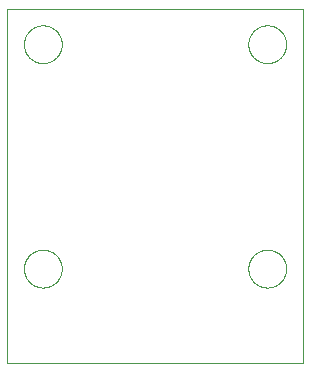
<source format=gbp>
G75*
%MOIN*%
%OFA0B0*%
%FSLAX25Y25*%
%IPPOS*%
%LPD*%
%AMOC8*
5,1,8,0,0,1.08239X$1,22.5*
%
%ADD10C,0.00000*%
D10*
X0001000Y0010264D02*
X0001000Y0128374D01*
X0099425Y0128374D01*
X0099425Y0010264D01*
X0001000Y0010264D01*
X0006512Y0041760D02*
X0006514Y0041918D01*
X0006520Y0042076D01*
X0006530Y0042234D01*
X0006544Y0042392D01*
X0006562Y0042549D01*
X0006583Y0042706D01*
X0006609Y0042862D01*
X0006639Y0043018D01*
X0006672Y0043173D01*
X0006710Y0043326D01*
X0006751Y0043479D01*
X0006796Y0043631D01*
X0006845Y0043782D01*
X0006898Y0043931D01*
X0006954Y0044079D01*
X0007014Y0044225D01*
X0007078Y0044370D01*
X0007146Y0044513D01*
X0007217Y0044655D01*
X0007291Y0044795D01*
X0007369Y0044932D01*
X0007451Y0045068D01*
X0007535Y0045202D01*
X0007624Y0045333D01*
X0007715Y0045462D01*
X0007810Y0045589D01*
X0007907Y0045714D01*
X0008008Y0045836D01*
X0008112Y0045955D01*
X0008219Y0046072D01*
X0008329Y0046186D01*
X0008442Y0046297D01*
X0008557Y0046406D01*
X0008675Y0046511D01*
X0008796Y0046613D01*
X0008919Y0046713D01*
X0009045Y0046809D01*
X0009173Y0046902D01*
X0009303Y0046992D01*
X0009436Y0047078D01*
X0009571Y0047162D01*
X0009707Y0047241D01*
X0009846Y0047318D01*
X0009987Y0047390D01*
X0010129Y0047460D01*
X0010273Y0047525D01*
X0010419Y0047587D01*
X0010566Y0047645D01*
X0010715Y0047700D01*
X0010865Y0047751D01*
X0011016Y0047798D01*
X0011168Y0047841D01*
X0011321Y0047880D01*
X0011476Y0047916D01*
X0011631Y0047947D01*
X0011787Y0047975D01*
X0011943Y0047999D01*
X0012100Y0048019D01*
X0012258Y0048035D01*
X0012415Y0048047D01*
X0012574Y0048055D01*
X0012732Y0048059D01*
X0012890Y0048059D01*
X0013048Y0048055D01*
X0013207Y0048047D01*
X0013364Y0048035D01*
X0013522Y0048019D01*
X0013679Y0047999D01*
X0013835Y0047975D01*
X0013991Y0047947D01*
X0014146Y0047916D01*
X0014301Y0047880D01*
X0014454Y0047841D01*
X0014606Y0047798D01*
X0014757Y0047751D01*
X0014907Y0047700D01*
X0015056Y0047645D01*
X0015203Y0047587D01*
X0015349Y0047525D01*
X0015493Y0047460D01*
X0015635Y0047390D01*
X0015776Y0047318D01*
X0015915Y0047241D01*
X0016051Y0047162D01*
X0016186Y0047078D01*
X0016319Y0046992D01*
X0016449Y0046902D01*
X0016577Y0046809D01*
X0016703Y0046713D01*
X0016826Y0046613D01*
X0016947Y0046511D01*
X0017065Y0046406D01*
X0017180Y0046297D01*
X0017293Y0046186D01*
X0017403Y0046072D01*
X0017510Y0045955D01*
X0017614Y0045836D01*
X0017715Y0045714D01*
X0017812Y0045589D01*
X0017907Y0045462D01*
X0017998Y0045333D01*
X0018087Y0045202D01*
X0018171Y0045068D01*
X0018253Y0044932D01*
X0018331Y0044795D01*
X0018405Y0044655D01*
X0018476Y0044513D01*
X0018544Y0044370D01*
X0018608Y0044225D01*
X0018668Y0044079D01*
X0018724Y0043931D01*
X0018777Y0043782D01*
X0018826Y0043631D01*
X0018871Y0043479D01*
X0018912Y0043326D01*
X0018950Y0043173D01*
X0018983Y0043018D01*
X0019013Y0042862D01*
X0019039Y0042706D01*
X0019060Y0042549D01*
X0019078Y0042392D01*
X0019092Y0042234D01*
X0019102Y0042076D01*
X0019108Y0041918D01*
X0019110Y0041760D01*
X0019108Y0041602D01*
X0019102Y0041444D01*
X0019092Y0041286D01*
X0019078Y0041128D01*
X0019060Y0040971D01*
X0019039Y0040814D01*
X0019013Y0040658D01*
X0018983Y0040502D01*
X0018950Y0040347D01*
X0018912Y0040194D01*
X0018871Y0040041D01*
X0018826Y0039889D01*
X0018777Y0039738D01*
X0018724Y0039589D01*
X0018668Y0039441D01*
X0018608Y0039295D01*
X0018544Y0039150D01*
X0018476Y0039007D01*
X0018405Y0038865D01*
X0018331Y0038725D01*
X0018253Y0038588D01*
X0018171Y0038452D01*
X0018087Y0038318D01*
X0017998Y0038187D01*
X0017907Y0038058D01*
X0017812Y0037931D01*
X0017715Y0037806D01*
X0017614Y0037684D01*
X0017510Y0037565D01*
X0017403Y0037448D01*
X0017293Y0037334D01*
X0017180Y0037223D01*
X0017065Y0037114D01*
X0016947Y0037009D01*
X0016826Y0036907D01*
X0016703Y0036807D01*
X0016577Y0036711D01*
X0016449Y0036618D01*
X0016319Y0036528D01*
X0016186Y0036442D01*
X0016051Y0036358D01*
X0015915Y0036279D01*
X0015776Y0036202D01*
X0015635Y0036130D01*
X0015493Y0036060D01*
X0015349Y0035995D01*
X0015203Y0035933D01*
X0015056Y0035875D01*
X0014907Y0035820D01*
X0014757Y0035769D01*
X0014606Y0035722D01*
X0014454Y0035679D01*
X0014301Y0035640D01*
X0014146Y0035604D01*
X0013991Y0035573D01*
X0013835Y0035545D01*
X0013679Y0035521D01*
X0013522Y0035501D01*
X0013364Y0035485D01*
X0013207Y0035473D01*
X0013048Y0035465D01*
X0012890Y0035461D01*
X0012732Y0035461D01*
X0012574Y0035465D01*
X0012415Y0035473D01*
X0012258Y0035485D01*
X0012100Y0035501D01*
X0011943Y0035521D01*
X0011787Y0035545D01*
X0011631Y0035573D01*
X0011476Y0035604D01*
X0011321Y0035640D01*
X0011168Y0035679D01*
X0011016Y0035722D01*
X0010865Y0035769D01*
X0010715Y0035820D01*
X0010566Y0035875D01*
X0010419Y0035933D01*
X0010273Y0035995D01*
X0010129Y0036060D01*
X0009987Y0036130D01*
X0009846Y0036202D01*
X0009707Y0036279D01*
X0009571Y0036358D01*
X0009436Y0036442D01*
X0009303Y0036528D01*
X0009173Y0036618D01*
X0009045Y0036711D01*
X0008919Y0036807D01*
X0008796Y0036907D01*
X0008675Y0037009D01*
X0008557Y0037114D01*
X0008442Y0037223D01*
X0008329Y0037334D01*
X0008219Y0037448D01*
X0008112Y0037565D01*
X0008008Y0037684D01*
X0007907Y0037806D01*
X0007810Y0037931D01*
X0007715Y0038058D01*
X0007624Y0038187D01*
X0007535Y0038318D01*
X0007451Y0038452D01*
X0007369Y0038588D01*
X0007291Y0038725D01*
X0007217Y0038865D01*
X0007146Y0039007D01*
X0007078Y0039150D01*
X0007014Y0039295D01*
X0006954Y0039441D01*
X0006898Y0039589D01*
X0006845Y0039738D01*
X0006796Y0039889D01*
X0006751Y0040041D01*
X0006710Y0040194D01*
X0006672Y0040347D01*
X0006639Y0040502D01*
X0006609Y0040658D01*
X0006583Y0040814D01*
X0006562Y0040971D01*
X0006544Y0041128D01*
X0006530Y0041286D01*
X0006520Y0041444D01*
X0006514Y0041602D01*
X0006512Y0041760D01*
X0006512Y0116563D02*
X0006514Y0116721D01*
X0006520Y0116879D01*
X0006530Y0117037D01*
X0006544Y0117195D01*
X0006562Y0117352D01*
X0006583Y0117509D01*
X0006609Y0117665D01*
X0006639Y0117821D01*
X0006672Y0117976D01*
X0006710Y0118129D01*
X0006751Y0118282D01*
X0006796Y0118434D01*
X0006845Y0118585D01*
X0006898Y0118734D01*
X0006954Y0118882D01*
X0007014Y0119028D01*
X0007078Y0119173D01*
X0007146Y0119316D01*
X0007217Y0119458D01*
X0007291Y0119598D01*
X0007369Y0119735D01*
X0007451Y0119871D01*
X0007535Y0120005D01*
X0007624Y0120136D01*
X0007715Y0120265D01*
X0007810Y0120392D01*
X0007907Y0120517D01*
X0008008Y0120639D01*
X0008112Y0120758D01*
X0008219Y0120875D01*
X0008329Y0120989D01*
X0008442Y0121100D01*
X0008557Y0121209D01*
X0008675Y0121314D01*
X0008796Y0121416D01*
X0008919Y0121516D01*
X0009045Y0121612D01*
X0009173Y0121705D01*
X0009303Y0121795D01*
X0009436Y0121881D01*
X0009571Y0121965D01*
X0009707Y0122044D01*
X0009846Y0122121D01*
X0009987Y0122193D01*
X0010129Y0122263D01*
X0010273Y0122328D01*
X0010419Y0122390D01*
X0010566Y0122448D01*
X0010715Y0122503D01*
X0010865Y0122554D01*
X0011016Y0122601D01*
X0011168Y0122644D01*
X0011321Y0122683D01*
X0011476Y0122719D01*
X0011631Y0122750D01*
X0011787Y0122778D01*
X0011943Y0122802D01*
X0012100Y0122822D01*
X0012258Y0122838D01*
X0012415Y0122850D01*
X0012574Y0122858D01*
X0012732Y0122862D01*
X0012890Y0122862D01*
X0013048Y0122858D01*
X0013207Y0122850D01*
X0013364Y0122838D01*
X0013522Y0122822D01*
X0013679Y0122802D01*
X0013835Y0122778D01*
X0013991Y0122750D01*
X0014146Y0122719D01*
X0014301Y0122683D01*
X0014454Y0122644D01*
X0014606Y0122601D01*
X0014757Y0122554D01*
X0014907Y0122503D01*
X0015056Y0122448D01*
X0015203Y0122390D01*
X0015349Y0122328D01*
X0015493Y0122263D01*
X0015635Y0122193D01*
X0015776Y0122121D01*
X0015915Y0122044D01*
X0016051Y0121965D01*
X0016186Y0121881D01*
X0016319Y0121795D01*
X0016449Y0121705D01*
X0016577Y0121612D01*
X0016703Y0121516D01*
X0016826Y0121416D01*
X0016947Y0121314D01*
X0017065Y0121209D01*
X0017180Y0121100D01*
X0017293Y0120989D01*
X0017403Y0120875D01*
X0017510Y0120758D01*
X0017614Y0120639D01*
X0017715Y0120517D01*
X0017812Y0120392D01*
X0017907Y0120265D01*
X0017998Y0120136D01*
X0018087Y0120005D01*
X0018171Y0119871D01*
X0018253Y0119735D01*
X0018331Y0119598D01*
X0018405Y0119458D01*
X0018476Y0119316D01*
X0018544Y0119173D01*
X0018608Y0119028D01*
X0018668Y0118882D01*
X0018724Y0118734D01*
X0018777Y0118585D01*
X0018826Y0118434D01*
X0018871Y0118282D01*
X0018912Y0118129D01*
X0018950Y0117976D01*
X0018983Y0117821D01*
X0019013Y0117665D01*
X0019039Y0117509D01*
X0019060Y0117352D01*
X0019078Y0117195D01*
X0019092Y0117037D01*
X0019102Y0116879D01*
X0019108Y0116721D01*
X0019110Y0116563D01*
X0019108Y0116405D01*
X0019102Y0116247D01*
X0019092Y0116089D01*
X0019078Y0115931D01*
X0019060Y0115774D01*
X0019039Y0115617D01*
X0019013Y0115461D01*
X0018983Y0115305D01*
X0018950Y0115150D01*
X0018912Y0114997D01*
X0018871Y0114844D01*
X0018826Y0114692D01*
X0018777Y0114541D01*
X0018724Y0114392D01*
X0018668Y0114244D01*
X0018608Y0114098D01*
X0018544Y0113953D01*
X0018476Y0113810D01*
X0018405Y0113668D01*
X0018331Y0113528D01*
X0018253Y0113391D01*
X0018171Y0113255D01*
X0018087Y0113121D01*
X0017998Y0112990D01*
X0017907Y0112861D01*
X0017812Y0112734D01*
X0017715Y0112609D01*
X0017614Y0112487D01*
X0017510Y0112368D01*
X0017403Y0112251D01*
X0017293Y0112137D01*
X0017180Y0112026D01*
X0017065Y0111917D01*
X0016947Y0111812D01*
X0016826Y0111710D01*
X0016703Y0111610D01*
X0016577Y0111514D01*
X0016449Y0111421D01*
X0016319Y0111331D01*
X0016186Y0111245D01*
X0016051Y0111161D01*
X0015915Y0111082D01*
X0015776Y0111005D01*
X0015635Y0110933D01*
X0015493Y0110863D01*
X0015349Y0110798D01*
X0015203Y0110736D01*
X0015056Y0110678D01*
X0014907Y0110623D01*
X0014757Y0110572D01*
X0014606Y0110525D01*
X0014454Y0110482D01*
X0014301Y0110443D01*
X0014146Y0110407D01*
X0013991Y0110376D01*
X0013835Y0110348D01*
X0013679Y0110324D01*
X0013522Y0110304D01*
X0013364Y0110288D01*
X0013207Y0110276D01*
X0013048Y0110268D01*
X0012890Y0110264D01*
X0012732Y0110264D01*
X0012574Y0110268D01*
X0012415Y0110276D01*
X0012258Y0110288D01*
X0012100Y0110304D01*
X0011943Y0110324D01*
X0011787Y0110348D01*
X0011631Y0110376D01*
X0011476Y0110407D01*
X0011321Y0110443D01*
X0011168Y0110482D01*
X0011016Y0110525D01*
X0010865Y0110572D01*
X0010715Y0110623D01*
X0010566Y0110678D01*
X0010419Y0110736D01*
X0010273Y0110798D01*
X0010129Y0110863D01*
X0009987Y0110933D01*
X0009846Y0111005D01*
X0009707Y0111082D01*
X0009571Y0111161D01*
X0009436Y0111245D01*
X0009303Y0111331D01*
X0009173Y0111421D01*
X0009045Y0111514D01*
X0008919Y0111610D01*
X0008796Y0111710D01*
X0008675Y0111812D01*
X0008557Y0111917D01*
X0008442Y0112026D01*
X0008329Y0112137D01*
X0008219Y0112251D01*
X0008112Y0112368D01*
X0008008Y0112487D01*
X0007907Y0112609D01*
X0007810Y0112734D01*
X0007715Y0112861D01*
X0007624Y0112990D01*
X0007535Y0113121D01*
X0007451Y0113255D01*
X0007369Y0113391D01*
X0007291Y0113528D01*
X0007217Y0113668D01*
X0007146Y0113810D01*
X0007078Y0113953D01*
X0007014Y0114098D01*
X0006954Y0114244D01*
X0006898Y0114392D01*
X0006845Y0114541D01*
X0006796Y0114692D01*
X0006751Y0114844D01*
X0006710Y0114997D01*
X0006672Y0115150D01*
X0006639Y0115305D01*
X0006609Y0115461D01*
X0006583Y0115617D01*
X0006562Y0115774D01*
X0006544Y0115931D01*
X0006530Y0116089D01*
X0006520Y0116247D01*
X0006514Y0116405D01*
X0006512Y0116563D01*
X0081315Y0116563D02*
X0081317Y0116721D01*
X0081323Y0116879D01*
X0081333Y0117037D01*
X0081347Y0117195D01*
X0081365Y0117352D01*
X0081386Y0117509D01*
X0081412Y0117665D01*
X0081442Y0117821D01*
X0081475Y0117976D01*
X0081513Y0118129D01*
X0081554Y0118282D01*
X0081599Y0118434D01*
X0081648Y0118585D01*
X0081701Y0118734D01*
X0081757Y0118882D01*
X0081817Y0119028D01*
X0081881Y0119173D01*
X0081949Y0119316D01*
X0082020Y0119458D01*
X0082094Y0119598D01*
X0082172Y0119735D01*
X0082254Y0119871D01*
X0082338Y0120005D01*
X0082427Y0120136D01*
X0082518Y0120265D01*
X0082613Y0120392D01*
X0082710Y0120517D01*
X0082811Y0120639D01*
X0082915Y0120758D01*
X0083022Y0120875D01*
X0083132Y0120989D01*
X0083245Y0121100D01*
X0083360Y0121209D01*
X0083478Y0121314D01*
X0083599Y0121416D01*
X0083722Y0121516D01*
X0083848Y0121612D01*
X0083976Y0121705D01*
X0084106Y0121795D01*
X0084239Y0121881D01*
X0084374Y0121965D01*
X0084510Y0122044D01*
X0084649Y0122121D01*
X0084790Y0122193D01*
X0084932Y0122263D01*
X0085076Y0122328D01*
X0085222Y0122390D01*
X0085369Y0122448D01*
X0085518Y0122503D01*
X0085668Y0122554D01*
X0085819Y0122601D01*
X0085971Y0122644D01*
X0086124Y0122683D01*
X0086279Y0122719D01*
X0086434Y0122750D01*
X0086590Y0122778D01*
X0086746Y0122802D01*
X0086903Y0122822D01*
X0087061Y0122838D01*
X0087218Y0122850D01*
X0087377Y0122858D01*
X0087535Y0122862D01*
X0087693Y0122862D01*
X0087851Y0122858D01*
X0088010Y0122850D01*
X0088167Y0122838D01*
X0088325Y0122822D01*
X0088482Y0122802D01*
X0088638Y0122778D01*
X0088794Y0122750D01*
X0088949Y0122719D01*
X0089104Y0122683D01*
X0089257Y0122644D01*
X0089409Y0122601D01*
X0089560Y0122554D01*
X0089710Y0122503D01*
X0089859Y0122448D01*
X0090006Y0122390D01*
X0090152Y0122328D01*
X0090296Y0122263D01*
X0090438Y0122193D01*
X0090579Y0122121D01*
X0090718Y0122044D01*
X0090854Y0121965D01*
X0090989Y0121881D01*
X0091122Y0121795D01*
X0091252Y0121705D01*
X0091380Y0121612D01*
X0091506Y0121516D01*
X0091629Y0121416D01*
X0091750Y0121314D01*
X0091868Y0121209D01*
X0091983Y0121100D01*
X0092096Y0120989D01*
X0092206Y0120875D01*
X0092313Y0120758D01*
X0092417Y0120639D01*
X0092518Y0120517D01*
X0092615Y0120392D01*
X0092710Y0120265D01*
X0092801Y0120136D01*
X0092890Y0120005D01*
X0092974Y0119871D01*
X0093056Y0119735D01*
X0093134Y0119598D01*
X0093208Y0119458D01*
X0093279Y0119316D01*
X0093347Y0119173D01*
X0093411Y0119028D01*
X0093471Y0118882D01*
X0093527Y0118734D01*
X0093580Y0118585D01*
X0093629Y0118434D01*
X0093674Y0118282D01*
X0093715Y0118129D01*
X0093753Y0117976D01*
X0093786Y0117821D01*
X0093816Y0117665D01*
X0093842Y0117509D01*
X0093863Y0117352D01*
X0093881Y0117195D01*
X0093895Y0117037D01*
X0093905Y0116879D01*
X0093911Y0116721D01*
X0093913Y0116563D01*
X0093911Y0116405D01*
X0093905Y0116247D01*
X0093895Y0116089D01*
X0093881Y0115931D01*
X0093863Y0115774D01*
X0093842Y0115617D01*
X0093816Y0115461D01*
X0093786Y0115305D01*
X0093753Y0115150D01*
X0093715Y0114997D01*
X0093674Y0114844D01*
X0093629Y0114692D01*
X0093580Y0114541D01*
X0093527Y0114392D01*
X0093471Y0114244D01*
X0093411Y0114098D01*
X0093347Y0113953D01*
X0093279Y0113810D01*
X0093208Y0113668D01*
X0093134Y0113528D01*
X0093056Y0113391D01*
X0092974Y0113255D01*
X0092890Y0113121D01*
X0092801Y0112990D01*
X0092710Y0112861D01*
X0092615Y0112734D01*
X0092518Y0112609D01*
X0092417Y0112487D01*
X0092313Y0112368D01*
X0092206Y0112251D01*
X0092096Y0112137D01*
X0091983Y0112026D01*
X0091868Y0111917D01*
X0091750Y0111812D01*
X0091629Y0111710D01*
X0091506Y0111610D01*
X0091380Y0111514D01*
X0091252Y0111421D01*
X0091122Y0111331D01*
X0090989Y0111245D01*
X0090854Y0111161D01*
X0090718Y0111082D01*
X0090579Y0111005D01*
X0090438Y0110933D01*
X0090296Y0110863D01*
X0090152Y0110798D01*
X0090006Y0110736D01*
X0089859Y0110678D01*
X0089710Y0110623D01*
X0089560Y0110572D01*
X0089409Y0110525D01*
X0089257Y0110482D01*
X0089104Y0110443D01*
X0088949Y0110407D01*
X0088794Y0110376D01*
X0088638Y0110348D01*
X0088482Y0110324D01*
X0088325Y0110304D01*
X0088167Y0110288D01*
X0088010Y0110276D01*
X0087851Y0110268D01*
X0087693Y0110264D01*
X0087535Y0110264D01*
X0087377Y0110268D01*
X0087218Y0110276D01*
X0087061Y0110288D01*
X0086903Y0110304D01*
X0086746Y0110324D01*
X0086590Y0110348D01*
X0086434Y0110376D01*
X0086279Y0110407D01*
X0086124Y0110443D01*
X0085971Y0110482D01*
X0085819Y0110525D01*
X0085668Y0110572D01*
X0085518Y0110623D01*
X0085369Y0110678D01*
X0085222Y0110736D01*
X0085076Y0110798D01*
X0084932Y0110863D01*
X0084790Y0110933D01*
X0084649Y0111005D01*
X0084510Y0111082D01*
X0084374Y0111161D01*
X0084239Y0111245D01*
X0084106Y0111331D01*
X0083976Y0111421D01*
X0083848Y0111514D01*
X0083722Y0111610D01*
X0083599Y0111710D01*
X0083478Y0111812D01*
X0083360Y0111917D01*
X0083245Y0112026D01*
X0083132Y0112137D01*
X0083022Y0112251D01*
X0082915Y0112368D01*
X0082811Y0112487D01*
X0082710Y0112609D01*
X0082613Y0112734D01*
X0082518Y0112861D01*
X0082427Y0112990D01*
X0082338Y0113121D01*
X0082254Y0113255D01*
X0082172Y0113391D01*
X0082094Y0113528D01*
X0082020Y0113668D01*
X0081949Y0113810D01*
X0081881Y0113953D01*
X0081817Y0114098D01*
X0081757Y0114244D01*
X0081701Y0114392D01*
X0081648Y0114541D01*
X0081599Y0114692D01*
X0081554Y0114844D01*
X0081513Y0114997D01*
X0081475Y0115150D01*
X0081442Y0115305D01*
X0081412Y0115461D01*
X0081386Y0115617D01*
X0081365Y0115774D01*
X0081347Y0115931D01*
X0081333Y0116089D01*
X0081323Y0116247D01*
X0081317Y0116405D01*
X0081315Y0116563D01*
X0081315Y0041760D02*
X0081317Y0041918D01*
X0081323Y0042076D01*
X0081333Y0042234D01*
X0081347Y0042392D01*
X0081365Y0042549D01*
X0081386Y0042706D01*
X0081412Y0042862D01*
X0081442Y0043018D01*
X0081475Y0043173D01*
X0081513Y0043326D01*
X0081554Y0043479D01*
X0081599Y0043631D01*
X0081648Y0043782D01*
X0081701Y0043931D01*
X0081757Y0044079D01*
X0081817Y0044225D01*
X0081881Y0044370D01*
X0081949Y0044513D01*
X0082020Y0044655D01*
X0082094Y0044795D01*
X0082172Y0044932D01*
X0082254Y0045068D01*
X0082338Y0045202D01*
X0082427Y0045333D01*
X0082518Y0045462D01*
X0082613Y0045589D01*
X0082710Y0045714D01*
X0082811Y0045836D01*
X0082915Y0045955D01*
X0083022Y0046072D01*
X0083132Y0046186D01*
X0083245Y0046297D01*
X0083360Y0046406D01*
X0083478Y0046511D01*
X0083599Y0046613D01*
X0083722Y0046713D01*
X0083848Y0046809D01*
X0083976Y0046902D01*
X0084106Y0046992D01*
X0084239Y0047078D01*
X0084374Y0047162D01*
X0084510Y0047241D01*
X0084649Y0047318D01*
X0084790Y0047390D01*
X0084932Y0047460D01*
X0085076Y0047525D01*
X0085222Y0047587D01*
X0085369Y0047645D01*
X0085518Y0047700D01*
X0085668Y0047751D01*
X0085819Y0047798D01*
X0085971Y0047841D01*
X0086124Y0047880D01*
X0086279Y0047916D01*
X0086434Y0047947D01*
X0086590Y0047975D01*
X0086746Y0047999D01*
X0086903Y0048019D01*
X0087061Y0048035D01*
X0087218Y0048047D01*
X0087377Y0048055D01*
X0087535Y0048059D01*
X0087693Y0048059D01*
X0087851Y0048055D01*
X0088010Y0048047D01*
X0088167Y0048035D01*
X0088325Y0048019D01*
X0088482Y0047999D01*
X0088638Y0047975D01*
X0088794Y0047947D01*
X0088949Y0047916D01*
X0089104Y0047880D01*
X0089257Y0047841D01*
X0089409Y0047798D01*
X0089560Y0047751D01*
X0089710Y0047700D01*
X0089859Y0047645D01*
X0090006Y0047587D01*
X0090152Y0047525D01*
X0090296Y0047460D01*
X0090438Y0047390D01*
X0090579Y0047318D01*
X0090718Y0047241D01*
X0090854Y0047162D01*
X0090989Y0047078D01*
X0091122Y0046992D01*
X0091252Y0046902D01*
X0091380Y0046809D01*
X0091506Y0046713D01*
X0091629Y0046613D01*
X0091750Y0046511D01*
X0091868Y0046406D01*
X0091983Y0046297D01*
X0092096Y0046186D01*
X0092206Y0046072D01*
X0092313Y0045955D01*
X0092417Y0045836D01*
X0092518Y0045714D01*
X0092615Y0045589D01*
X0092710Y0045462D01*
X0092801Y0045333D01*
X0092890Y0045202D01*
X0092974Y0045068D01*
X0093056Y0044932D01*
X0093134Y0044795D01*
X0093208Y0044655D01*
X0093279Y0044513D01*
X0093347Y0044370D01*
X0093411Y0044225D01*
X0093471Y0044079D01*
X0093527Y0043931D01*
X0093580Y0043782D01*
X0093629Y0043631D01*
X0093674Y0043479D01*
X0093715Y0043326D01*
X0093753Y0043173D01*
X0093786Y0043018D01*
X0093816Y0042862D01*
X0093842Y0042706D01*
X0093863Y0042549D01*
X0093881Y0042392D01*
X0093895Y0042234D01*
X0093905Y0042076D01*
X0093911Y0041918D01*
X0093913Y0041760D01*
X0093911Y0041602D01*
X0093905Y0041444D01*
X0093895Y0041286D01*
X0093881Y0041128D01*
X0093863Y0040971D01*
X0093842Y0040814D01*
X0093816Y0040658D01*
X0093786Y0040502D01*
X0093753Y0040347D01*
X0093715Y0040194D01*
X0093674Y0040041D01*
X0093629Y0039889D01*
X0093580Y0039738D01*
X0093527Y0039589D01*
X0093471Y0039441D01*
X0093411Y0039295D01*
X0093347Y0039150D01*
X0093279Y0039007D01*
X0093208Y0038865D01*
X0093134Y0038725D01*
X0093056Y0038588D01*
X0092974Y0038452D01*
X0092890Y0038318D01*
X0092801Y0038187D01*
X0092710Y0038058D01*
X0092615Y0037931D01*
X0092518Y0037806D01*
X0092417Y0037684D01*
X0092313Y0037565D01*
X0092206Y0037448D01*
X0092096Y0037334D01*
X0091983Y0037223D01*
X0091868Y0037114D01*
X0091750Y0037009D01*
X0091629Y0036907D01*
X0091506Y0036807D01*
X0091380Y0036711D01*
X0091252Y0036618D01*
X0091122Y0036528D01*
X0090989Y0036442D01*
X0090854Y0036358D01*
X0090718Y0036279D01*
X0090579Y0036202D01*
X0090438Y0036130D01*
X0090296Y0036060D01*
X0090152Y0035995D01*
X0090006Y0035933D01*
X0089859Y0035875D01*
X0089710Y0035820D01*
X0089560Y0035769D01*
X0089409Y0035722D01*
X0089257Y0035679D01*
X0089104Y0035640D01*
X0088949Y0035604D01*
X0088794Y0035573D01*
X0088638Y0035545D01*
X0088482Y0035521D01*
X0088325Y0035501D01*
X0088167Y0035485D01*
X0088010Y0035473D01*
X0087851Y0035465D01*
X0087693Y0035461D01*
X0087535Y0035461D01*
X0087377Y0035465D01*
X0087218Y0035473D01*
X0087061Y0035485D01*
X0086903Y0035501D01*
X0086746Y0035521D01*
X0086590Y0035545D01*
X0086434Y0035573D01*
X0086279Y0035604D01*
X0086124Y0035640D01*
X0085971Y0035679D01*
X0085819Y0035722D01*
X0085668Y0035769D01*
X0085518Y0035820D01*
X0085369Y0035875D01*
X0085222Y0035933D01*
X0085076Y0035995D01*
X0084932Y0036060D01*
X0084790Y0036130D01*
X0084649Y0036202D01*
X0084510Y0036279D01*
X0084374Y0036358D01*
X0084239Y0036442D01*
X0084106Y0036528D01*
X0083976Y0036618D01*
X0083848Y0036711D01*
X0083722Y0036807D01*
X0083599Y0036907D01*
X0083478Y0037009D01*
X0083360Y0037114D01*
X0083245Y0037223D01*
X0083132Y0037334D01*
X0083022Y0037448D01*
X0082915Y0037565D01*
X0082811Y0037684D01*
X0082710Y0037806D01*
X0082613Y0037931D01*
X0082518Y0038058D01*
X0082427Y0038187D01*
X0082338Y0038318D01*
X0082254Y0038452D01*
X0082172Y0038588D01*
X0082094Y0038725D01*
X0082020Y0038865D01*
X0081949Y0039007D01*
X0081881Y0039150D01*
X0081817Y0039295D01*
X0081757Y0039441D01*
X0081701Y0039589D01*
X0081648Y0039738D01*
X0081599Y0039889D01*
X0081554Y0040041D01*
X0081513Y0040194D01*
X0081475Y0040347D01*
X0081442Y0040502D01*
X0081412Y0040658D01*
X0081386Y0040814D01*
X0081365Y0040971D01*
X0081347Y0041128D01*
X0081333Y0041286D01*
X0081323Y0041444D01*
X0081317Y0041602D01*
X0081315Y0041760D01*
M02*

</source>
